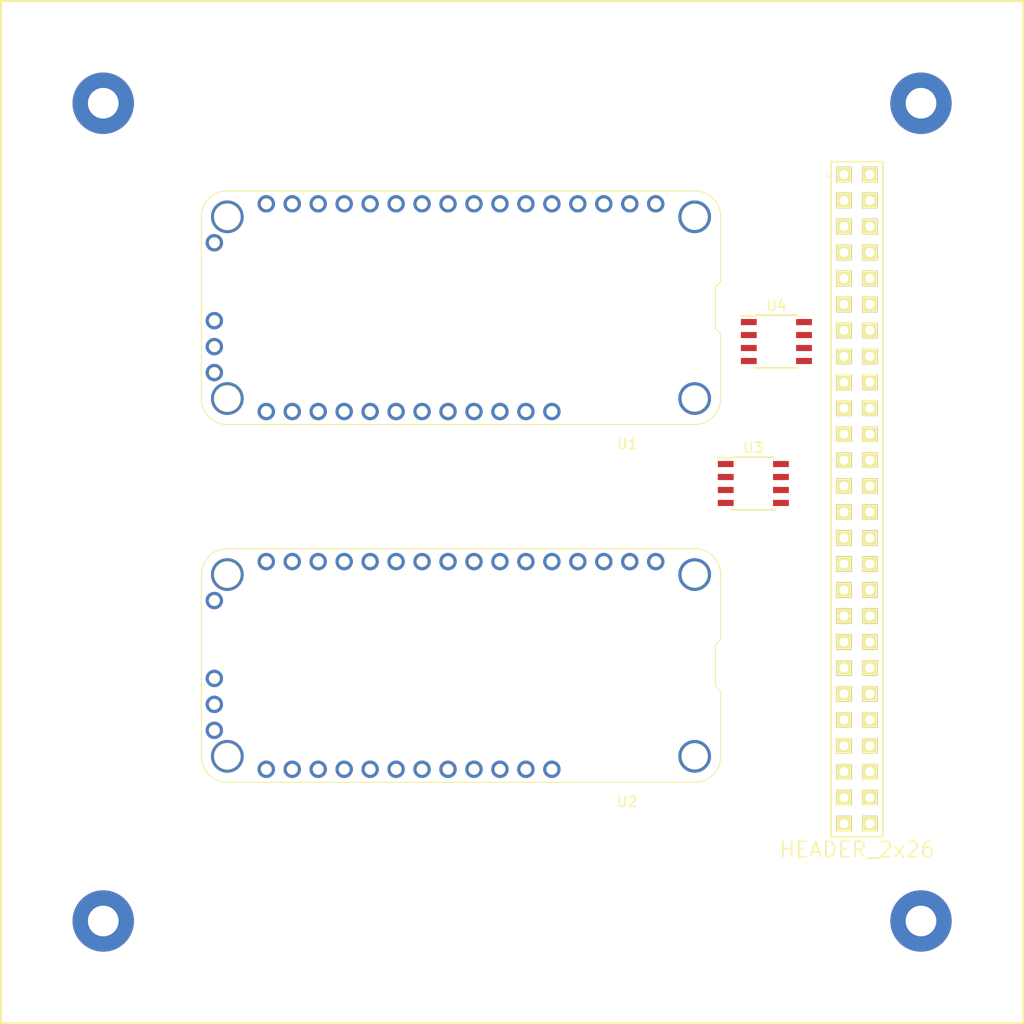
<source format=kicad_pcb>
(kicad_pcb (version 20171130) (host pcbnew "(5.0-dev-4082-g0504a6d)")

  (general
    (thickness 1.6)
    (drawings 4)
    (tracks 0)
    (zones 0)
    (modules 9)
    (nets 9)
  )

  (page A4)
  (layers
    (0 F.Cu signal)
    (31 B.Cu signal)
    (32 B.Adhes user)
    (33 F.Adhes user)
    (34 B.Paste user)
    (35 F.Paste user)
    (36 B.SilkS user)
    (37 F.SilkS user)
    (38 B.Mask user)
    (39 F.Mask user)
    (40 Dwgs.User user)
    (41 Cmts.User user)
    (42 Eco1.User user)
    (43 Eco2.User user)
    (44 Edge.Cuts user)
    (45 Margin user)
    (46 B.CrtYd user)
    (47 F.CrtYd user)
    (48 B.Fab user)
    (49 F.Fab user)
  )

  (setup
    (last_trace_width 0.25)
    (trace_clearance 0.2)
    (zone_clearance 0.508)
    (zone_45_only no)
    (trace_min 0.2)
    (segment_width 0.2)
    (edge_width 0.15)
    (via_size 0.8)
    (via_drill 0.4)
    (via_min_size 0.4)
    (via_min_drill 0.3)
    (uvia_size 0.3)
    (uvia_drill 0.1)
    (uvias_allowed no)
    (uvia_min_size 0.2)
    (uvia_min_drill 0.1)
    (pcb_text_width 0.3)
    (pcb_text_size 1.5 1.5)
    (mod_edge_width 0.15)
    (mod_text_size 1 1)
    (mod_text_width 0.15)
    (pad_size 1.524 1.524)
    (pad_drill 0.762)
    (pad_to_mask_clearance 0.2)
    (aux_axis_origin 0 0)
    (visible_elements 7FFFFFFF)
    (pcbplotparams
      (layerselection 0x010fc_ffffffff)
      (usegerberextensions false)
      (usegerberattributes false)
      (usegerberadvancedattributes false)
      (creategerberjobfile false)
      (excludeedgelayer true)
      (linewidth 0.100000)
      (plotframeref false)
      (viasonmask false)
      (mode 1)
      (useauxorigin false)
      (hpglpennumber 1)
      (hpglpenspeed 20)
      (hpglpendiameter 15)
      (psnegative false)
      (psa4output false)
      (plotreference true)
      (plotvalue true)
      (plotinvisibletext false)
      (padsonsilk false)
      (subtractmaskfromsilk false)
      (outputformat 1)
      (mirror false)
      (drillshape 1)
      (scaleselection 1)
      (outputdirectory ""))
  )

  (net 0 "")
  (net 1 GND)
  (net 2 "Net-(U1-PadA10)")
  (net 3 "Net-(U1-PadB2)")
  (net 4 "Net-(U1-PadB3)")
  (net 5 "Net-(U2-PadB3)")
  (net 6 "Net-(U2-PadB2)")
  (net 7 "Net-(U2-PadA10)")
  (net 8 +5V)

  (net_class Default "This is the default net class."
    (clearance 0.2)
    (trace_width 0.25)
    (via_dia 0.8)
    (via_drill 0.4)
    (uvia_dia 0.3)
    (uvia_drill 0.1)
    (add_net +5V)
    (add_net GND)
    (add_net "Net-(U1-PadA10)")
    (add_net "Net-(U1-PadB2)")
    (add_net "Net-(U1-PadB3)")
    (add_net "Net-(U2-PadA10)")
    (add_net "Net-(U2-PadB2)")
    (add_net "Net-(U2-PadB3)")
  )

  (module maxrez:Adafruit_feather (layer F.Cu) (tedit 5AD517C2) (tstamp 5ADE36B1)
    (at 95 80 180)
    (path /5AE07E07/5AE07EDD)
    (fp_text reference U1 (at -16.256 -13.335 180) (layer F.SilkS)
      (effects (font (size 1 1) (thickness 0.15)))
    )
    (fp_text value Adafruit_feather (at -9.017 -13.462 180) (layer F.Fab)
      (effects (font (size 1 1) (thickness 0.15)))
    )
    (fp_line (start -25.4 -2.54) (end -24.892 -2.032) (layer F.Fab) (width 0.1))
    (fp_line (start 22.86 -11.43) (end -22.86 -11.43) (layer F.Fab) (width 0.1))
    (fp_line (start -24.892 -2.032) (end -24.892 2.032) (layer F.Fab) (width 0.1))
    (fp_arc (start 22.86 -8.89) (end 25.4 -8.89) (angle -90) (layer F.Fab) (width 0.1))
    (fp_line (start -24.892 2.032) (end -25.4 2.54) (layer F.Fab) (width 0.1))
    (fp_line (start 25.4 8.89) (end 25.4 -8.89) (layer F.Fab) (width 0.1))
    (fp_line (start -25.4 2.54) (end -25.4 8.89) (layer F.Fab) (width 0.1))
    (fp_arc (start 22.86 8.89) (end 22.86 11.43) (angle -90) (layer F.Fab) (width 0.1))
    (fp_arc (start -22.86 8.89) (end -25.4 8.89) (angle -90) (layer F.Fab) (width 0.1))
    (fp_line (start -22.86 11.43) (end 22.86 11.43) (layer F.Fab) (width 0.1))
    (fp_arc (start -22.86 -8.89) (end -22.86 -11.43) (angle -90) (layer F.Fab) (width 0.1))
    (fp_line (start -25.4 -8.89) (end -25.4 -2.54) (layer F.Fab) (width 0.1))
    (fp_circle (center 13.97 10.16) (end 14.47 10.16) (layer F.Fab) (width 0.1))
    (fp_circle (center 11.43 10.16) (end 11.93 10.16) (layer F.Fab) (width 0.1))
    (fp_circle (center 8.89 10.16) (end 9.39 10.16) (layer F.Fab) (width 0.1))
    (fp_circle (center 1.27 10.16) (end 1.77 10.16) (layer F.Fab) (width 0.1))
    (fp_circle (center 3.81 10.16) (end 4.31 10.16) (layer F.Fab) (width 0.1))
    (fp_circle (center 6.35 10.16) (end 6.85 10.16) (layer F.Fab) (width 0.1))
    (fp_circle (center -16.51 10.16) (end -16.01 10.16) (layer F.Fab) (width 0.1))
    (fp_circle (center -13.97 10.16) (end -13.47 10.16) (layer F.Fab) (width 0.1))
    (fp_circle (center -11.43 10.16) (end -10.93 10.16) (layer F.Fab) (width 0.1))
    (fp_circle (center 13.97 -10.16) (end 14.47 -10.16) (layer F.Fab) (width 0.1))
    (fp_circle (center -6.35 -10.16) (end -5.85 -10.16) (layer F.Fab) (width 0.1))
    (fp_circle (center -8.89 -10.16) (end -8.39 -10.16) (layer F.Fab) (width 0.1))
    (fp_circle (center 24.13 -6.35) (end 24.63 -6.35) (layer F.Fab) (width 0.1))
    (fp_circle (center 24.13 -3.81) (end 24.63 -3.81) (layer F.Fab) (width 0.1))
    (fp_circle (center 24.13 -1.27) (end 24.63 -1.27) (layer F.Fab) (width 0.1))
    (fp_circle (center 24.13 6.35) (end 24.63 6.35) (layer F.Fab) (width 0.1))
    (fp_circle (center 19.05 -10.16) (end 19.55 -10.16) (layer F.Fab) (width 0.1))
    (fp_circle (center 22.86 -8.89) (end 24.13 -8.89) (layer F.Fab) (width 0.1))
    (fp_circle (center 16.51 -10.16) (end 17.01 -10.16) (layer F.Fab) (width 0.1))
    (fp_circle (center 19.05 10.16) (end 19.55 10.16) (layer F.Fab) (width 0.1))
    (fp_circle (center -1.27 10.16) (end -0.77 10.16) (layer F.Fab) (width 0.1))
    (fp_circle (center -3.81 10.16) (end -3.31 10.16) (layer F.Fab) (width 0.1))
    (fp_circle (center -8.89 10.16) (end -8.39 10.16) (layer F.Fab) (width 0.1))
    (fp_circle (center -6.35 10.16) (end -5.85 10.16) (layer F.Fab) (width 0.1))
    (fp_circle (center 1.27 -10.16) (end 1.77 -10.16) (layer F.Fab) (width 0.1))
    (fp_circle (center 3.81 -10.16) (end 4.31 -10.16) (layer F.Fab) (width 0.1))
    (fp_circle (center 6.35 -10.16) (end 6.85 -10.16) (layer F.Fab) (width 0.1))
    (fp_circle (center 11.43 -10.16) (end 11.93 -10.16) (layer F.Fab) (width 0.1))
    (fp_circle (center 8.89 -10.16) (end 9.39 -10.16) (layer F.Fab) (width 0.1))
    (fp_circle (center -1.27 -10.16) (end -0.77 -10.16) (layer F.Fab) (width 0.1))
    (fp_circle (center -3.81 -10.16) (end -3.31 -10.16) (layer F.Fab) (width 0.1))
    (fp_circle (center 16.51 10.16) (end 17.01 10.16) (layer F.Fab) (width 0.1))
    (fp_circle (center 22.86 8.89) (end 24.13 8.89) (layer F.Fab) (width 0.1))
    (fp_circle (center -22.86 -8.89) (end -21.61 -8.89) (layer F.Fab) (width 0.1))
    (fp_circle (center -22.86 8.89) (end -21.61 8.89) (layer F.Fab) (width 0.1))
    (fp_circle (center -19.05 10.16) (end -18.55 10.16) (layer F.Fab) (width 0.1))
    (fp_circle (center 13.97 -10.16) (end 14.47 -10.16) (layer F.SilkS) (width 0.1))
    (fp_circle (center -6.35 -10.16) (end -5.85 -10.16) (layer F.SilkS) (width 0.1))
    (fp_circle (center -8.89 -10.16) (end -8.39 -10.16) (layer F.SilkS) (width 0.1))
    (fp_circle (center 24.13 -6.35) (end 24.63 -6.35) (layer F.SilkS) (width 0.1))
    (fp_circle (center 24.13 -3.81) (end 24.63 -3.81) (layer F.SilkS) (width 0.1))
    (fp_circle (center 24.13 -1.27) (end 24.63 -1.27) (layer F.SilkS) (width 0.1))
    (fp_circle (center 24.13 6.35) (end 24.63 6.35) (layer F.SilkS) (width 0.1))
    (fp_circle (center 19.05 -10.16) (end 19.55 -10.16) (layer F.SilkS) (width 0.1))
    (fp_circle (center 22.86 -8.89) (end 24.13 -8.89) (layer F.SilkS) (width 0.1))
    (fp_circle (center 16.51 -10.16) (end 17.01 -10.16) (layer F.SilkS) (width 0.1))
    (fp_circle (center 19.05 10.16) (end 19.55 10.16) (layer F.SilkS) (width 0.1))
    (fp_line (start -25.4 -2.54) (end -24.892 -2.032) (layer F.SilkS) (width 0.1))
    (fp_line (start 22.86 -11.43) (end -22.86 -11.43) (layer F.SilkS) (width 0.1))
    (fp_line (start -24.892 -2.032) (end -24.892 2.032) (layer F.SilkS) (width 0.1))
    (fp_arc (start 22.86 -8.89) (end 25.4 -8.89) (angle -90) (layer F.SilkS) (width 0.1))
    (fp_line (start -24.892 2.032) (end -25.4 2.54) (layer F.SilkS) (width 0.1))
    (fp_line (start 25.4 8.89) (end 25.4 -8.89) (layer F.SilkS) (width 0.1))
    (fp_line (start -25.4 2.54) (end -25.4 8.89) (layer F.SilkS) (width 0.1))
    (fp_arc (start 22.86 8.89) (end 22.86 11.43) (angle -90) (layer F.SilkS) (width 0.1))
    (fp_arc (start -22.86 8.89) (end -25.4 8.89) (angle -90) (layer F.SilkS) (width 0.1))
    (fp_line (start -22.86 11.43) (end 22.86 11.43) (layer F.SilkS) (width 0.1))
    (fp_circle (center -1.27 10.16) (end -0.77 10.16) (layer F.SilkS) (width 0.1))
    (fp_circle (center -3.81 10.16) (end -3.31 10.16) (layer F.SilkS) (width 0.1))
    (fp_circle (center -8.89 10.16) (end -8.39 10.16) (layer F.SilkS) (width 0.1))
    (fp_circle (center -6.35 10.16) (end -5.85 10.16) (layer F.SilkS) (width 0.1))
    (fp_circle (center 1.27 -10.16) (end 1.77 -10.16) (layer F.SilkS) (width 0.1))
    (fp_circle (center 3.81 -10.16) (end 4.31 -10.16) (layer F.SilkS) (width 0.1))
    (fp_circle (center 6.35 -10.16) (end 6.85 -10.16) (layer F.SilkS) (width 0.1))
    (fp_circle (center 11.43 -10.16) (end 11.93 -10.16) (layer F.SilkS) (width 0.1))
    (fp_circle (center 8.89 -10.16) (end 9.39 -10.16) (layer F.SilkS) (width 0.1))
    (fp_circle (center -1.27 -10.16) (end -0.77 -10.16) (layer F.SilkS) (width 0.1))
    (fp_circle (center -3.81 -10.16) (end -3.31 -10.16) (layer F.SilkS) (width 0.1))
    (fp_arc (start -22.86 -8.89) (end -22.86 -11.43) (angle -90) (layer F.SilkS) (width 0.1))
    (fp_line (start -25.4 -8.89) (end -25.4 -2.54) (layer F.SilkS) (width 0.1))
    (fp_circle (center 13.97 10.16) (end 14.47 10.16) (layer F.SilkS) (width 0.1))
    (fp_circle (center 11.43 10.16) (end 11.93 10.16) (layer F.SilkS) (width 0.1))
    (fp_circle (center 8.89 10.16) (end 9.39 10.16) (layer F.SilkS) (width 0.1))
    (fp_circle (center 1.27 10.16) (end 1.77 10.16) (layer F.SilkS) (width 0.1))
    (fp_circle (center 3.81 10.16) (end 4.31 10.16) (layer F.SilkS) (width 0.1))
    (fp_circle (center 6.35 10.16) (end 6.85 10.16) (layer F.SilkS) (width 0.1))
    (fp_circle (center -16.51 10.16) (end -16.01 10.16) (layer F.SilkS) (width 0.1))
    (fp_circle (center -13.97 10.16) (end -13.47 10.16) (layer F.SilkS) (width 0.1))
    (fp_circle (center -11.43 10.16) (end -10.93 10.16) (layer F.SilkS) (width 0.1))
    (fp_circle (center 16.51 10.16) (end 17.01 10.16) (layer F.SilkS) (width 0.1))
    (fp_circle (center 22.86 8.89) (end 24.13 8.89) (layer F.SilkS) (width 0.1))
    (fp_circle (center -22.86 -8.89) (end -21.61 -8.89) (layer F.SilkS) (width 0.1))
    (fp_circle (center -22.86 8.89) (end -21.61 8.89) (layer F.SilkS) (width 0.1))
    (fp_circle (center -19.05 10.16) (end -18.55 10.16) (layer F.SilkS) (width 0.1))
    (pad A4 thru_hole circle (at -1.27 -10.16 180) (size 1.7 1.7) (drill 1) (layers *.Cu *.Mask))
    (pad A3 thru_hole circle (at -3.81 -10.16 180) (size 1.7 1.7) (drill 1) (layers *.Cu *.Mask))
    (pad A2 thru_hole circle (at -6.35 -10.16 180) (size 1.7 1.7) (drill 1) (layers *.Cu *.Mask))
    (pad A1 thru_hole circle (at -8.89 -10.16 180) (size 1.7 1.7) (drill 1) (layers *.Cu *.Mask))
    (pad A5 thru_hole circle (at 1.27 -10.16 180) (size 1.7 1.7) (drill 1) (layers *.Cu *.Mask))
    (pad A6 thru_hole circle (at 3.81 -10.16 180) (size 1.7 1.7) (drill 1) (layers *.Cu *.Mask))
    (pad A7 thru_hole circle (at 6.35 -10.16 180) (size 1.7 1.7) (drill 1) (layers *.Cu *.Mask))
    (pad A8 thru_hole circle (at 8.89 -10.16 180) (size 1.7 1.7) (drill 1) (layers *.Cu *.Mask))
    (pad A9 thru_hole circle (at 11.43 -10.16 180) (size 1.7 1.7) (drill 1) (layers *.Cu *.Mask))
    (pad A10 thru_hole circle (at 13.97 -10.16 180) (size 1.7 1.7) (drill 1) (layers *.Cu *.Mask)
      (net 2 "Net-(U1-PadA10)"))
    (pad A11 thru_hole circle (at 16.51 -10.16 180) (size 1.7 1.7) (drill 1) (layers *.Cu *.Mask))
    (pad A12 thru_hole circle (at 19.05 -10.16 180) (size 1.7 1.7) (drill 1) (layers *.Cu *.Mask))
    (pad C3 thru_hole circle (at 24.13 -6.35 180) (size 1.7 1.7) (drill 1) (layers *.Cu *.Mask))
    (pad C2 thru_hole circle (at 24.13 -3.81 180) (size 1.7 1.7) (drill 1) (layers *.Cu *.Mask))
    (pad C1 thru_hole circle (at 24.13 -1.27 180) (size 1.7 1.7) (drill 1) (layers *.Cu *.Mask))
    (pad D1 thru_hole circle (at 24.13 6.35 180) (size 1.7 1.7) (drill 1) (layers *.Cu *.Mask))
    (pad B1 thru_hole circle (at 19.05 10.16 180) (size 1.7 1.7) (drill 1) (layers *.Cu *.Mask))
    (pad B2 thru_hole circle (at 16.51 10.16 180) (size 1.7 1.7) (drill 1) (layers *.Cu *.Mask)
      (net 3 "Net-(U1-PadB2)"))
    (pad B3 thru_hole circle (at 13.97 10.16 180) (size 1.7 1.7) (drill 1) (layers *.Cu *.Mask)
      (net 4 "Net-(U1-PadB3)"))
    (pad B4 thru_hole circle (at 11.43 10.16 180) (size 1.7 1.7) (drill 1) (layers *.Cu *.Mask))
    (pad B5 thru_hole circle (at 8.89 10.16 180) (size 1.7 1.7) (drill 1) (layers *.Cu *.Mask))
    (pad B6 thru_hole circle (at 6.35 10.16 180) (size 1.7 1.7) (drill 1) (layers *.Cu *.Mask))
    (pad B7 thru_hole circle (at 3.81 10.16 180) (size 1.7 1.7) (drill 1) (layers *.Cu *.Mask))
    (pad B8 thru_hole circle (at 1.27 10.16 180) (size 1.7 1.7) (drill 1) (layers *.Cu *.Mask))
    (pad B9 thru_hole circle (at -1.27 10.16 180) (size 1.7 1.7) (drill 1) (layers *.Cu *.Mask))
    (pad B10 thru_hole circle (at -3.81 10.16 180) (size 1.7 1.7) (drill 1) (layers *.Cu *.Mask))
    (pad B11 thru_hole circle (at -6.35 10.16 180) (size 1.7 1.7) (drill 1) (layers *.Cu *.Mask))
    (pad B12 thru_hole circle (at -8.89 10.16 180) (size 1.7 1.7) (drill 1) (layers *.Cu *.Mask))
    (pad B13 thru_hole circle (at -11.43 10.16 180) (size 1.7 1.7) (drill 1) (layers *.Cu *.Mask))
    (pad B14 thru_hole circle (at -13.97 10.16 180) (size 1.7 1.7) (drill 1) (layers *.Cu *.Mask))
    (pad B15 thru_hole circle (at -16.51 10.16 180) (size 1.7 1.7) (drill 1) (layers *.Cu *.Mask))
    (pad B16 thru_hole circle (at -19.05 10.16 180) (size 1.7 1.7) (drill 1) (layers *.Cu *.Mask))
    (pad 0 thru_hole circle (at -22.86 -8.89 180) (size 3.2 3.2) (drill 2.5) (layers *.Cu *.Mask))
    (pad 0 thru_hole circle (at -22.86 8.89 180) (size 3.2 3.2) (drill 2.5) (layers *.Cu *.Mask))
    (pad 0 thru_hole circle (at 22.86 -8.89 180) (size 3.2 3.2) (drill 2.5) (layers *.Cu *.Mask))
    (pad 0 thru_hole circle (at 22.86 8.89 180) (size 3.2 3.2) (drill 2.5) (layers *.Cu *.Mask))
    (model "/Users/mac/Documents/GitHub/ORBALOON/3D/Adafruit/Feather/Base PCB.stp"
      (at (xyz 0 0 0))
      (scale (xyz 1 1 1))
      (rotate (xyz 0 0 0))
    )
  )

  (module maxrez:Adafruit_feather (layer F.Cu) (tedit 5AD517C2) (tstamp 5ADE3739)
    (at 95 115 180)
    (path /5AE07E07/5AE07F49)
    (fp_text reference U2 (at -16.256 -13.335 180) (layer F.SilkS)
      (effects (font (size 1 1) (thickness 0.15)))
    )
    (fp_text value Adafruit_feather (at -9.017 -13.462 180) (layer F.Fab)
      (effects (font (size 1 1) (thickness 0.15)))
    )
    (fp_circle (center -19.05 10.16) (end -18.55 10.16) (layer F.SilkS) (width 0.1))
    (fp_circle (center -22.86 8.89) (end -21.61 8.89) (layer F.SilkS) (width 0.1))
    (fp_circle (center -22.86 -8.89) (end -21.61 -8.89) (layer F.SilkS) (width 0.1))
    (fp_circle (center 22.86 8.89) (end 24.13 8.89) (layer F.SilkS) (width 0.1))
    (fp_circle (center 16.51 10.16) (end 17.01 10.16) (layer F.SilkS) (width 0.1))
    (fp_circle (center -11.43 10.16) (end -10.93 10.16) (layer F.SilkS) (width 0.1))
    (fp_circle (center -13.97 10.16) (end -13.47 10.16) (layer F.SilkS) (width 0.1))
    (fp_circle (center -16.51 10.16) (end -16.01 10.16) (layer F.SilkS) (width 0.1))
    (fp_circle (center 6.35 10.16) (end 6.85 10.16) (layer F.SilkS) (width 0.1))
    (fp_circle (center 3.81 10.16) (end 4.31 10.16) (layer F.SilkS) (width 0.1))
    (fp_circle (center 1.27 10.16) (end 1.77 10.16) (layer F.SilkS) (width 0.1))
    (fp_circle (center 8.89 10.16) (end 9.39 10.16) (layer F.SilkS) (width 0.1))
    (fp_circle (center 11.43 10.16) (end 11.93 10.16) (layer F.SilkS) (width 0.1))
    (fp_circle (center 13.97 10.16) (end 14.47 10.16) (layer F.SilkS) (width 0.1))
    (fp_line (start -25.4 -8.89) (end -25.4 -2.54) (layer F.SilkS) (width 0.1))
    (fp_arc (start -22.86 -8.89) (end -22.86 -11.43) (angle -90) (layer F.SilkS) (width 0.1))
    (fp_circle (center -3.81 -10.16) (end -3.31 -10.16) (layer F.SilkS) (width 0.1))
    (fp_circle (center -1.27 -10.16) (end -0.77 -10.16) (layer F.SilkS) (width 0.1))
    (fp_circle (center 8.89 -10.16) (end 9.39 -10.16) (layer F.SilkS) (width 0.1))
    (fp_circle (center 11.43 -10.16) (end 11.93 -10.16) (layer F.SilkS) (width 0.1))
    (fp_circle (center 6.35 -10.16) (end 6.85 -10.16) (layer F.SilkS) (width 0.1))
    (fp_circle (center 3.81 -10.16) (end 4.31 -10.16) (layer F.SilkS) (width 0.1))
    (fp_circle (center 1.27 -10.16) (end 1.77 -10.16) (layer F.SilkS) (width 0.1))
    (fp_circle (center -6.35 10.16) (end -5.85 10.16) (layer F.SilkS) (width 0.1))
    (fp_circle (center -8.89 10.16) (end -8.39 10.16) (layer F.SilkS) (width 0.1))
    (fp_circle (center -3.81 10.16) (end -3.31 10.16) (layer F.SilkS) (width 0.1))
    (fp_circle (center -1.27 10.16) (end -0.77 10.16) (layer F.SilkS) (width 0.1))
    (fp_line (start -22.86 11.43) (end 22.86 11.43) (layer F.SilkS) (width 0.1))
    (fp_arc (start -22.86 8.89) (end -25.4 8.89) (angle -90) (layer F.SilkS) (width 0.1))
    (fp_arc (start 22.86 8.89) (end 22.86 11.43) (angle -90) (layer F.SilkS) (width 0.1))
    (fp_line (start -25.4 2.54) (end -25.4 8.89) (layer F.SilkS) (width 0.1))
    (fp_line (start 25.4 8.89) (end 25.4 -8.89) (layer F.SilkS) (width 0.1))
    (fp_line (start -24.892 2.032) (end -25.4 2.54) (layer F.SilkS) (width 0.1))
    (fp_arc (start 22.86 -8.89) (end 25.4 -8.89) (angle -90) (layer F.SilkS) (width 0.1))
    (fp_line (start -24.892 -2.032) (end -24.892 2.032) (layer F.SilkS) (width 0.1))
    (fp_line (start 22.86 -11.43) (end -22.86 -11.43) (layer F.SilkS) (width 0.1))
    (fp_line (start -25.4 -2.54) (end -24.892 -2.032) (layer F.SilkS) (width 0.1))
    (fp_circle (center 19.05 10.16) (end 19.55 10.16) (layer F.SilkS) (width 0.1))
    (fp_circle (center 16.51 -10.16) (end 17.01 -10.16) (layer F.SilkS) (width 0.1))
    (fp_circle (center 22.86 -8.89) (end 24.13 -8.89) (layer F.SilkS) (width 0.1))
    (fp_circle (center 19.05 -10.16) (end 19.55 -10.16) (layer F.SilkS) (width 0.1))
    (fp_circle (center 24.13 6.35) (end 24.63 6.35) (layer F.SilkS) (width 0.1))
    (fp_circle (center 24.13 -1.27) (end 24.63 -1.27) (layer F.SilkS) (width 0.1))
    (fp_circle (center 24.13 -3.81) (end 24.63 -3.81) (layer F.SilkS) (width 0.1))
    (fp_circle (center 24.13 -6.35) (end 24.63 -6.35) (layer F.SilkS) (width 0.1))
    (fp_circle (center -8.89 -10.16) (end -8.39 -10.16) (layer F.SilkS) (width 0.1))
    (fp_circle (center -6.35 -10.16) (end -5.85 -10.16) (layer F.SilkS) (width 0.1))
    (fp_circle (center 13.97 -10.16) (end 14.47 -10.16) (layer F.SilkS) (width 0.1))
    (fp_circle (center -19.05 10.16) (end -18.55 10.16) (layer F.Fab) (width 0.1))
    (fp_circle (center -22.86 8.89) (end -21.61 8.89) (layer F.Fab) (width 0.1))
    (fp_circle (center -22.86 -8.89) (end -21.61 -8.89) (layer F.Fab) (width 0.1))
    (fp_circle (center 22.86 8.89) (end 24.13 8.89) (layer F.Fab) (width 0.1))
    (fp_circle (center 16.51 10.16) (end 17.01 10.16) (layer F.Fab) (width 0.1))
    (fp_circle (center -3.81 -10.16) (end -3.31 -10.16) (layer F.Fab) (width 0.1))
    (fp_circle (center -1.27 -10.16) (end -0.77 -10.16) (layer F.Fab) (width 0.1))
    (fp_circle (center 8.89 -10.16) (end 9.39 -10.16) (layer F.Fab) (width 0.1))
    (fp_circle (center 11.43 -10.16) (end 11.93 -10.16) (layer F.Fab) (width 0.1))
    (fp_circle (center 6.35 -10.16) (end 6.85 -10.16) (layer F.Fab) (width 0.1))
    (fp_circle (center 3.81 -10.16) (end 4.31 -10.16) (layer F.Fab) (width 0.1))
    (fp_circle (center 1.27 -10.16) (end 1.77 -10.16) (layer F.Fab) (width 0.1))
    (fp_circle (center -6.35 10.16) (end -5.85 10.16) (layer F.Fab) (width 0.1))
    (fp_circle (center -8.89 10.16) (end -8.39 10.16) (layer F.Fab) (width 0.1))
    (fp_circle (center -3.81 10.16) (end -3.31 10.16) (layer F.Fab) (width 0.1))
    (fp_circle (center -1.27 10.16) (end -0.77 10.16) (layer F.Fab) (width 0.1))
    (fp_circle (center 19.05 10.16) (end 19.55 10.16) (layer F.Fab) (width 0.1))
    (fp_circle (center 16.51 -10.16) (end 17.01 -10.16) (layer F.Fab) (width 0.1))
    (fp_circle (center 22.86 -8.89) (end 24.13 -8.89) (layer F.Fab) (width 0.1))
    (fp_circle (center 19.05 -10.16) (end 19.55 -10.16) (layer F.Fab) (width 0.1))
    (fp_circle (center 24.13 6.35) (end 24.63 6.35) (layer F.Fab) (width 0.1))
    (fp_circle (center 24.13 -1.27) (end 24.63 -1.27) (layer F.Fab) (width 0.1))
    (fp_circle (center 24.13 -3.81) (end 24.63 -3.81) (layer F.Fab) (width 0.1))
    (fp_circle (center 24.13 -6.35) (end 24.63 -6.35) (layer F.Fab) (width 0.1))
    (fp_circle (center -8.89 -10.16) (end -8.39 -10.16) (layer F.Fab) (width 0.1))
    (fp_circle (center -6.35 -10.16) (end -5.85 -10.16) (layer F.Fab) (width 0.1))
    (fp_circle (center 13.97 -10.16) (end 14.47 -10.16) (layer F.Fab) (width 0.1))
    (fp_circle (center -11.43 10.16) (end -10.93 10.16) (layer F.Fab) (width 0.1))
    (fp_circle (center -13.97 10.16) (end -13.47 10.16) (layer F.Fab) (width 0.1))
    (fp_circle (center -16.51 10.16) (end -16.01 10.16) (layer F.Fab) (width 0.1))
    (fp_circle (center 6.35 10.16) (end 6.85 10.16) (layer F.Fab) (width 0.1))
    (fp_circle (center 3.81 10.16) (end 4.31 10.16) (layer F.Fab) (width 0.1))
    (fp_circle (center 1.27 10.16) (end 1.77 10.16) (layer F.Fab) (width 0.1))
    (fp_circle (center 8.89 10.16) (end 9.39 10.16) (layer F.Fab) (width 0.1))
    (fp_circle (center 11.43 10.16) (end 11.93 10.16) (layer F.Fab) (width 0.1))
    (fp_circle (center 13.97 10.16) (end 14.47 10.16) (layer F.Fab) (width 0.1))
    (fp_line (start -25.4 -8.89) (end -25.4 -2.54) (layer F.Fab) (width 0.1))
    (fp_arc (start -22.86 -8.89) (end -22.86 -11.43) (angle -90) (layer F.Fab) (width 0.1))
    (fp_line (start -22.86 11.43) (end 22.86 11.43) (layer F.Fab) (width 0.1))
    (fp_arc (start -22.86 8.89) (end -25.4 8.89) (angle -90) (layer F.Fab) (width 0.1))
    (fp_arc (start 22.86 8.89) (end 22.86 11.43) (angle -90) (layer F.Fab) (width 0.1))
    (fp_line (start -25.4 2.54) (end -25.4 8.89) (layer F.Fab) (width 0.1))
    (fp_line (start 25.4 8.89) (end 25.4 -8.89) (layer F.Fab) (width 0.1))
    (fp_line (start -24.892 2.032) (end -25.4 2.54) (layer F.Fab) (width 0.1))
    (fp_arc (start 22.86 -8.89) (end 25.4 -8.89) (angle -90) (layer F.Fab) (width 0.1))
    (fp_line (start -24.892 -2.032) (end -24.892 2.032) (layer F.Fab) (width 0.1))
    (fp_line (start 22.86 -11.43) (end -22.86 -11.43) (layer F.Fab) (width 0.1))
    (fp_line (start -25.4 -2.54) (end -24.892 -2.032) (layer F.Fab) (width 0.1))
    (pad 0 thru_hole circle (at 22.86 8.89 180) (size 3.2 3.2) (drill 2.5) (layers *.Cu *.Mask))
    (pad 0 thru_hole circle (at 22.86 -8.89 180) (size 3.2 3.2) (drill 2.5) (layers *.Cu *.Mask))
    (pad 0 thru_hole circle (at -22.86 8.89 180) (size 3.2 3.2) (drill 2.5) (layers *.Cu *.Mask))
    (pad 0 thru_hole circle (at -22.86 -8.89 180) (size 3.2 3.2) (drill 2.5) (layers *.Cu *.Mask))
    (pad B16 thru_hole circle (at -19.05 10.16 180) (size 1.7 1.7) (drill 1) (layers *.Cu *.Mask))
    (pad B15 thru_hole circle (at -16.51 10.16 180) (size 1.7 1.7) (drill 1) (layers *.Cu *.Mask))
    (pad B14 thru_hole circle (at -13.97 10.16 180) (size 1.7 1.7) (drill 1) (layers *.Cu *.Mask))
    (pad B13 thru_hole circle (at -11.43 10.16 180) (size 1.7 1.7) (drill 1) (layers *.Cu *.Mask))
    (pad B12 thru_hole circle (at -8.89 10.16 180) (size 1.7 1.7) (drill 1) (layers *.Cu *.Mask))
    (pad B11 thru_hole circle (at -6.35 10.16 180) (size 1.7 1.7) (drill 1) (layers *.Cu *.Mask))
    (pad B10 thru_hole circle (at -3.81 10.16 180) (size 1.7 1.7) (drill 1) (layers *.Cu *.Mask))
    (pad B9 thru_hole circle (at -1.27 10.16 180) (size 1.7 1.7) (drill 1) (layers *.Cu *.Mask))
    (pad B8 thru_hole circle (at 1.27 10.16 180) (size 1.7 1.7) (drill 1) (layers *.Cu *.Mask))
    (pad B7 thru_hole circle (at 3.81 10.16 180) (size 1.7 1.7) (drill 1) (layers *.Cu *.Mask))
    (pad B6 thru_hole circle (at 6.35 10.16 180) (size 1.7 1.7) (drill 1) (layers *.Cu *.Mask))
    (pad B5 thru_hole circle (at 8.89 10.16 180) (size 1.7 1.7) (drill 1) (layers *.Cu *.Mask))
    (pad B4 thru_hole circle (at 11.43 10.16 180) (size 1.7 1.7) (drill 1) (layers *.Cu *.Mask))
    (pad B3 thru_hole circle (at 13.97 10.16 180) (size 1.7 1.7) (drill 1) (layers *.Cu *.Mask)
      (net 5 "Net-(U2-PadB3)"))
    (pad B2 thru_hole circle (at 16.51 10.16 180) (size 1.7 1.7) (drill 1) (layers *.Cu *.Mask)
      (net 6 "Net-(U2-PadB2)"))
    (pad B1 thru_hole circle (at 19.05 10.16 180) (size 1.7 1.7) (drill 1) (layers *.Cu *.Mask))
    (pad D1 thru_hole circle (at 24.13 6.35 180) (size 1.7 1.7) (drill 1) (layers *.Cu *.Mask))
    (pad C1 thru_hole circle (at 24.13 -1.27 180) (size 1.7 1.7) (drill 1) (layers *.Cu *.Mask))
    (pad C2 thru_hole circle (at 24.13 -3.81 180) (size 1.7 1.7) (drill 1) (layers *.Cu *.Mask))
    (pad C3 thru_hole circle (at 24.13 -6.35 180) (size 1.7 1.7) (drill 1) (layers *.Cu *.Mask))
    (pad A12 thru_hole circle (at 19.05 -10.16 180) (size 1.7 1.7) (drill 1) (layers *.Cu *.Mask))
    (pad A11 thru_hole circle (at 16.51 -10.16 180) (size 1.7 1.7) (drill 1) (layers *.Cu *.Mask))
    (pad A10 thru_hole circle (at 13.97 -10.16 180) (size 1.7 1.7) (drill 1) (layers *.Cu *.Mask)
      (net 7 "Net-(U2-PadA10)"))
    (pad A9 thru_hole circle (at 11.43 -10.16 180) (size 1.7 1.7) (drill 1) (layers *.Cu *.Mask))
    (pad A8 thru_hole circle (at 8.89 -10.16 180) (size 1.7 1.7) (drill 1) (layers *.Cu *.Mask))
    (pad A7 thru_hole circle (at 6.35 -10.16 180) (size 1.7 1.7) (drill 1) (layers *.Cu *.Mask))
    (pad A6 thru_hole circle (at 3.81 -10.16 180) (size 1.7 1.7) (drill 1) (layers *.Cu *.Mask))
    (pad A5 thru_hole circle (at 1.27 -10.16 180) (size 1.7 1.7) (drill 1) (layers *.Cu *.Mask))
    (pad A1 thru_hole circle (at -8.89 -10.16 180) (size 1.7 1.7) (drill 1) (layers *.Cu *.Mask))
    (pad A2 thru_hole circle (at -6.35 -10.16 180) (size 1.7 1.7) (drill 1) (layers *.Cu *.Mask))
    (pad A3 thru_hole circle (at -3.81 -10.16 180) (size 1.7 1.7) (drill 1) (layers *.Cu *.Mask))
    (pad A4 thru_hole circle (at -1.27 -10.16 180) (size 1.7 1.7) (drill 1) (layers *.Cu *.Mask))
    (model "/Users/mac/Documents/GitHub/ORBALOON/3D/Adafruit/Feather/Base PCB.stp"
      (at (xyz 0 0 0))
      (scale (xyz 1 1 1))
      (rotate (xyz 0 0 0))
    )
  )

  (module Mlab_Pin_Headers:Straight_2x26 (layer F.Cu) (tedit 5454C210) (tstamp 5ADE6AD9)
    (at 133.73 98.73)
    (descr "pin header straight 2x26")
    (tags "pin header straight 2x26")
    (path /5AE07E07/5AE081EE)
    (fp_text reference J1 (at 0 -34.29) (layer F.SilkS) hide
      (effects (font (size 1.5 1.5) (thickness 0.15)))
    )
    (fp_text value HEADER_2x26 (at 0 34.29) (layer F.SilkS)
      (effects (font (size 1.5 1.5) (thickness 0.15)))
    )
    (fp_text user 1 (at -2.921 -31.75) (layer F.SilkS)
      (effects (font (size 0.5 0.5) (thickness 0.05)))
    )
    (fp_line (start -2.54 -33.02) (end 2.54 -33.02) (layer F.SilkS) (width 0.15))
    (fp_line (start 2.54 -33.02) (end 2.54 33.02) (layer F.SilkS) (width 0.15))
    (fp_line (start 2.54 33.02) (end -2.54 33.02) (layer F.SilkS) (width 0.15))
    (fp_line (start -2.54 33.02) (end -2.54 -33.02) (layer F.SilkS) (width 0.15))
    (pad 1 thru_hole rect (at -1.27 -31.75) (size 1.524 1.524) (drill 0.889) (layers *.Cu *.Mask F.SilkS))
    (pad 2 thru_hole rect (at 1.27 -31.75) (size 1.524 1.524) (drill 0.889) (layers *.Cu *.Mask F.SilkS))
    (pad 3 thru_hole rect (at -1.27 -29.21) (size 1.524 1.524) (drill 0.889) (layers *.Cu *.Mask F.SilkS))
    (pad 4 thru_hole rect (at 1.27 -29.21) (size 1.524 1.524) (drill 0.889) (layers *.Cu *.Mask F.SilkS))
    (pad 5 thru_hole rect (at -1.27 -26.67) (size 1.524 1.524) (drill 0.889) (layers *.Cu *.Mask F.SilkS))
    (pad 6 thru_hole rect (at 1.27 -26.67) (size 1.524 1.524) (drill 0.889) (layers *.Cu *.Mask F.SilkS))
    (pad 7 thru_hole rect (at -1.27 -24.13) (size 1.524 1.524) (drill 0.889) (layers *.Cu *.Mask F.SilkS))
    (pad 8 thru_hole rect (at 1.27 -24.13) (size 1.524 1.524) (drill 0.889) (layers *.Cu *.Mask F.SilkS))
    (pad 9 thru_hole rect (at -1.27 -21.59) (size 1.524 1.524) (drill 0.889) (layers *.Cu *.Mask F.SilkS))
    (pad 10 thru_hole rect (at 1.27 -21.59) (size 1.524 1.524) (drill 0.889) (layers *.Cu *.Mask F.SilkS))
    (pad 11 thru_hole rect (at -1.27 -19.05) (size 1.524 1.524) (drill 0.889) (layers *.Cu *.Mask F.SilkS))
    (pad 12 thru_hole rect (at 1.27 -19.05) (size 1.524 1.524) (drill 0.889) (layers *.Cu *.Mask F.SilkS))
    (pad 13 thru_hole rect (at -1.27 -16.51) (size 1.524 1.524) (drill 0.889) (layers *.Cu *.Mask F.SilkS))
    (pad 14 thru_hole rect (at 1.27 -16.51) (size 1.524 1.524) (drill 0.889) (layers *.Cu *.Mask F.SilkS))
    (pad 15 thru_hole rect (at -1.27 -13.97) (size 1.524 1.524) (drill 0.889) (layers *.Cu *.Mask F.SilkS))
    (pad 16 thru_hole rect (at 1.27 -13.97) (size 1.524 1.524) (drill 0.889) (layers *.Cu *.Mask F.SilkS))
    (pad 17 thru_hole rect (at -1.27 -11.43) (size 1.524 1.524) (drill 0.889) (layers *.Cu *.Mask F.SilkS))
    (pad 18 thru_hole rect (at 1.27 -11.43) (size 1.524 1.524) (drill 0.889) (layers *.Cu *.Mask F.SilkS))
    (pad 19 thru_hole rect (at -1.27 -8.89) (size 1.524 1.524) (drill 0.889) (layers *.Cu *.Mask F.SilkS))
    (pad 20 thru_hole rect (at 1.27 -8.89) (size 1.524 1.524) (drill 0.889) (layers *.Cu *.Mask F.SilkS))
    (pad 21 thru_hole rect (at -1.27 -6.35) (size 1.524 1.524) (drill 0.889) (layers *.Cu *.Mask F.SilkS))
    (pad 22 thru_hole rect (at 1.27 -6.35) (size 1.524 1.524) (drill 0.889) (layers *.Cu *.Mask F.SilkS))
    (pad 23 thru_hole rect (at -1.27 -3.81) (size 1.524 1.524) (drill 0.889) (layers *.Cu *.Mask F.SilkS))
    (pad 24 thru_hole rect (at 1.27 -3.81) (size 1.524 1.524) (drill 0.889) (layers *.Cu *.Mask F.SilkS))
    (pad 25 thru_hole rect (at -1.27 -1.27) (size 1.524 1.524) (drill 0.889) (layers *.Cu *.Mask F.SilkS))
    (pad 26 thru_hole rect (at 1.27 -1.27) (size 1.524 1.524) (drill 0.889) (layers *.Cu *.Mask F.SilkS))
    (pad 27 thru_hole rect (at -1.27 1.27) (size 1.524 1.524) (drill 0.889) (layers *.Cu *.Mask F.SilkS))
    (pad 28 thru_hole rect (at 1.27 1.27) (size 1.524 1.524) (drill 0.889) (layers *.Cu *.Mask F.SilkS))
    (pad 29 thru_hole rect (at -1.27 3.81) (size 1.524 1.524) (drill 0.889) (layers *.Cu *.Mask F.SilkS))
    (pad 30 thru_hole rect (at 1.27 3.81) (size 1.524 1.524) (drill 0.889) (layers *.Cu *.Mask F.SilkS))
    (pad 31 thru_hole rect (at -1.27 6.35) (size 1.524 1.524) (drill 0.889) (layers *.Cu *.Mask F.SilkS))
    (pad 32 thru_hole rect (at 1.27 6.35) (size 1.524 1.524) (drill 0.889) (layers *.Cu *.Mask F.SilkS))
    (pad 33 thru_hole rect (at -1.27 8.89) (size 1.524 1.524) (drill 0.889) (layers *.Cu *.Mask F.SilkS))
    (pad 34 thru_hole rect (at 1.27 8.89) (size 1.524 1.524) (drill 0.889) (layers *.Cu *.Mask F.SilkS))
    (pad 35 thru_hole rect (at -1.27 11.43) (size 1.524 1.524) (drill 0.889) (layers *.Cu *.Mask F.SilkS))
    (pad 36 thru_hole rect (at 1.27 11.43) (size 1.524 1.524) (drill 0.889) (layers *.Cu *.Mask F.SilkS))
    (pad 37 thru_hole rect (at -1.27 13.97) (size 1.524 1.524) (drill 0.889) (layers *.Cu *.Mask F.SilkS))
    (pad 38 thru_hole rect (at 1.27 13.97) (size 1.524 1.524) (drill 0.889) (layers *.Cu *.Mask F.SilkS))
    (pad 39 thru_hole rect (at -1.27 16.51) (size 1.524 1.524) (drill 0.889) (layers *.Cu *.Mask F.SilkS))
    (pad 40 thru_hole rect (at 1.27 16.51) (size 1.524 1.524) (drill 0.889) (layers *.Cu *.Mask F.SilkS))
    (pad 41 thru_hole rect (at -1.27 19.05) (size 1.524 1.524) (drill 0.889) (layers *.Cu *.Mask F.SilkS))
    (pad 42 thru_hole rect (at 1.27 19.05) (size 1.524 1.524) (drill 0.889) (layers *.Cu *.Mask F.SilkS))
    (pad 43 thru_hole rect (at -1.27 21.59) (size 1.524 1.524) (drill 0.889) (layers *.Cu *.Mask F.SilkS))
    (pad 44 thru_hole rect (at 1.27 21.59) (size 1.524 1.524) (drill 0.889) (layers *.Cu *.Mask F.SilkS))
    (pad 45 thru_hole rect (at -1.27 24.13) (size 1.524 1.524) (drill 0.889) (layers *.Cu *.Mask F.SilkS))
    (pad 46 thru_hole rect (at 1.27 24.13) (size 1.524 1.524) (drill 0.889) (layers *.Cu *.Mask F.SilkS))
    (pad 47 thru_hole rect (at -1.27 26.67) (size 1.524 1.524) (drill 0.889) (layers *.Cu *.Mask F.SilkS))
    (pad 48 thru_hole rect (at 1.27 26.67) (size 1.524 1.524) (drill 0.889) (layers *.Cu *.Mask F.SilkS))
    (pad 49 thru_hole rect (at -1.27 29.21) (size 1.524 1.524) (drill 0.889) (layers *.Cu *.Mask F.SilkS))
    (pad 50 thru_hole rect (at 1.27 29.21) (size 1.524 1.524) (drill 0.889) (layers *.Cu *.Mask F.SilkS))
    (pad 51 thru_hole rect (at -1.27 31.75) (size 1.524 1.524) (drill 0.889) (layers *.Cu *.Mask F.SilkS))
    (pad 52 thru_hole rect (at 1.27 31.75) (size 1.524 1.524) (drill 0.889) (layers *.Cu *.Mask F.SilkS))
    (model Pin_Headers/Pin_Header_Straight_2x26.wrl
      (at (xyz 0 0 0))
      (scale (xyz 1 1 1))
      (rotate (xyz 0 0 90))
    )
  )

  (module Mlab_Mechanical:MountingHole_3mm placed (layer F.Cu) (tedit 5535DB2C) (tstamp 5ADE6BBA)
    (at 60 60)
    (descr "Mounting hole, Befestigungsbohrung, 3mm, No Annular, Kein Restring,")
    (tags "Mounting hole, Befestigungsbohrung, 3mm, No Annular, Kein Restring,")
    (path /5AE07E07/5AE08427)
    (fp_text reference M1 (at 0 -4.191) (layer F.SilkS) hide
      (effects (font (size 1.524 1.524) (thickness 0.3048)))
    )
    (fp_text value HOLE (at 0 4.191) (layer F.SilkS) hide
      (effects (font (size 1.524 1.524) (thickness 0.3048)))
    )
    (fp_circle (center 0 0) (end 2.99974 0) (layer Cmts.User) (width 0.381))
    (pad 1 thru_hole circle (at 0 0) (size 6 6) (drill 3) (layers *.Cu *.Adhes *.Mask)
      (net 1 GND) (clearance 1) (zone_connect 2))
  )

  (module Mlab_Mechanical:MountingHole_3mm placed (layer F.Cu) (tedit 5535DB2C) (tstamp 5ADE6BC0)
    (at 60 140)
    (descr "Mounting hole, Befestigungsbohrung, 3mm, No Annular, Kein Restring,")
    (tags "Mounting hole, Befestigungsbohrung, 3mm, No Annular, Kein Restring,")
    (path /5AE07E07/5AE084A3)
    (fp_text reference M2 (at 0 -4.191) (layer F.SilkS) hide
      (effects (font (size 1.524 1.524) (thickness 0.3048)))
    )
    (fp_text value HOLE (at 0 4.191) (layer F.SilkS) hide
      (effects (font (size 1.524 1.524) (thickness 0.3048)))
    )
    (fp_circle (center 0 0) (end 2.99974 0) (layer Cmts.User) (width 0.381))
    (pad 1 thru_hole circle (at 0 0) (size 6 6) (drill 3) (layers *.Cu *.Adhes *.Mask)
      (net 1 GND) (clearance 1) (zone_connect 2))
  )

  (module Mlab_Mechanical:MountingHole_3mm placed (layer F.Cu) (tedit 5535DB2C) (tstamp 5ADE6BC6)
    (at 140 60)
    (descr "Mounting hole, Befestigungsbohrung, 3mm, No Annular, Kein Restring,")
    (tags "Mounting hole, Befestigungsbohrung, 3mm, No Annular, Kein Restring,")
    (path /5AE07E07/5AE0837D)
    (fp_text reference M3 (at 0 -4.191) (layer F.SilkS) hide
      (effects (font (size 1.524 1.524) (thickness 0.3048)))
    )
    (fp_text value HOLE (at 0 4.191) (layer F.SilkS) hide
      (effects (font (size 1.524 1.524) (thickness 0.3048)))
    )
    (fp_circle (center 0 0) (end 2.99974 0) (layer Cmts.User) (width 0.381))
    (pad 1 thru_hole circle (at 0 0) (size 6 6) (drill 3) (layers *.Cu *.Adhes *.Mask)
      (net 1 GND) (clearance 1) (zone_connect 2))
  )

  (module Mlab_Mechanical:MountingHole_3mm placed (layer F.Cu) (tedit 5535DB2C) (tstamp 5ADE6BCC)
    (at 140 140)
    (descr "Mounting hole, Befestigungsbohrung, 3mm, No Annular, Kein Restring,")
    (tags "Mounting hole, Befestigungsbohrung, 3mm, No Annular, Kein Restring,")
    (path /5AE07E07/5AE0843F)
    (fp_text reference M4 (at 0 -4.191) (layer F.SilkS) hide
      (effects (font (size 1.524 1.524) (thickness 0.3048)))
    )
    (fp_text value HOLE (at 0 4.191) (layer F.SilkS) hide
      (effects (font (size 1.524 1.524) (thickness 0.3048)))
    )
    (fp_circle (center 0 0) (end 2.99974 0) (layer Cmts.User) (width 0.381))
    (pad 1 thru_hole circle (at 0 0) (size 6 6) (drill 3) (layers *.Cu *.Adhes *.Mask)
      (net 1 GND) (clearance 1) (zone_connect 2))
  )

  (module Housings_SOIC:SOIC-8_3.9x4.9mm_Pitch1.27mm (layer F.Cu) (tedit 58CD0CDA) (tstamp 5AE24713)
    (at 123.6 97.2)
    (descr "8-Lead Plastic Small Outline (SN) - Narrow, 3.90 mm Body [SOIC] (see Microchip Packaging Specification 00000049BS.pdf)")
    (tags "SOIC 1.27")
    (path /5AE07E07/5AE38D0F)
    (attr smd)
    (fp_text reference U3 (at 0 -3.5) (layer F.SilkS)
      (effects (font (size 1 1) (thickness 0.15)))
    )
    (fp_text value MCP2561-E-SN (at 0 3.5) (layer F.Fab)
      (effects (font (size 1 1) (thickness 0.15)))
    )
    (fp_line (start -2.075 -2.525) (end -3.475 -2.525) (layer F.SilkS) (width 0.15))
    (fp_line (start -2.075 2.575) (end 2.075 2.575) (layer F.SilkS) (width 0.15))
    (fp_line (start -2.075 -2.575) (end 2.075 -2.575) (layer F.SilkS) (width 0.15))
    (fp_line (start -2.075 2.575) (end -2.075 2.43) (layer F.SilkS) (width 0.15))
    (fp_line (start 2.075 2.575) (end 2.075 2.43) (layer F.SilkS) (width 0.15))
    (fp_line (start 2.075 -2.575) (end 2.075 -2.43) (layer F.SilkS) (width 0.15))
    (fp_line (start -2.075 -2.575) (end -2.075 -2.525) (layer F.SilkS) (width 0.15))
    (fp_line (start -3.73 2.7) (end 3.73 2.7) (layer F.CrtYd) (width 0.05))
    (fp_line (start -3.73 -2.7) (end 3.73 -2.7) (layer F.CrtYd) (width 0.05))
    (fp_line (start 3.73 -2.7) (end 3.73 2.7) (layer F.CrtYd) (width 0.05))
    (fp_line (start -3.73 -2.7) (end -3.73 2.7) (layer F.CrtYd) (width 0.05))
    (fp_line (start -1.95 -1.45) (end -0.95 -2.45) (layer F.Fab) (width 0.1))
    (fp_line (start -1.95 2.45) (end -1.95 -1.45) (layer F.Fab) (width 0.1))
    (fp_line (start 1.95 2.45) (end -1.95 2.45) (layer F.Fab) (width 0.1))
    (fp_line (start 1.95 -2.45) (end 1.95 2.45) (layer F.Fab) (width 0.1))
    (fp_line (start -0.95 -2.45) (end 1.95 -2.45) (layer F.Fab) (width 0.1))
    (fp_text user %R (at 0 0) (layer F.Fab)
      (effects (font (size 1 1) (thickness 0.15)))
    )
    (pad 8 smd rect (at 2.7 -1.905) (size 1.55 0.6) (layers F.Cu F.Paste F.Mask)
      (net 7 "Net-(U2-PadA10)"))
    (pad 7 smd rect (at 2.7 -0.635) (size 1.55 0.6) (layers F.Cu F.Paste F.Mask))
    (pad 6 smd rect (at 2.7 0.635) (size 1.55 0.6) (layers F.Cu F.Paste F.Mask))
    (pad 5 smd rect (at 2.7 1.905) (size 1.55 0.6) (layers F.Cu F.Paste F.Mask))
    (pad 4 smd rect (at -2.7 1.905) (size 1.55 0.6) (layers F.Cu F.Paste F.Mask)
      (net 5 "Net-(U2-PadB3)"))
    (pad 3 smd rect (at -2.7 0.635) (size 1.55 0.6) (layers F.Cu F.Paste F.Mask)
      (net 8 +5V))
    (pad 2 smd rect (at -2.7 -0.635) (size 1.55 0.6) (layers F.Cu F.Paste F.Mask)
      (net 1 GND))
    (pad 1 smd rect (at -2.7 -1.905) (size 1.55 0.6) (layers F.Cu F.Paste F.Mask)
      (net 6 "Net-(U2-PadB2)"))
    (model ${KISYS3DMOD}/Housings_SOIC.3dshapes/SOIC-8_3.9x4.9mm_Pitch1.27mm.wrl
      (at (xyz 0 0 0))
      (scale (xyz 1 1 1))
      (rotate (xyz 0 0 0))
    )
  )

  (module Housings_SOIC:SOIC-8_3.9x4.9mm_Pitch1.27mm (layer F.Cu) (tedit 58CD0CDA) (tstamp 5AE606F8)
    (at 125.857 83.312)
    (descr "8-Lead Plastic Small Outline (SN) - Narrow, 3.90 mm Body [SOIC] (see Microchip Packaging Specification 00000049BS.pdf)")
    (tags "SOIC 1.27")
    (path /5AE07E07/5AE5BC0D)
    (attr smd)
    (fp_text reference U4 (at 0 -3.5) (layer F.SilkS)
      (effects (font (size 1 1) (thickness 0.15)))
    )
    (fp_text value MCP2561-E-SN (at 0 3.5) (layer F.Fab)
      (effects (font (size 1 1) (thickness 0.15)))
    )
    (fp_line (start -2.075 -2.525) (end -3.475 -2.525) (layer F.SilkS) (width 0.15))
    (fp_line (start -2.075 2.575) (end 2.075 2.575) (layer F.SilkS) (width 0.15))
    (fp_line (start -2.075 -2.575) (end 2.075 -2.575) (layer F.SilkS) (width 0.15))
    (fp_line (start -2.075 2.575) (end -2.075 2.43) (layer F.SilkS) (width 0.15))
    (fp_line (start 2.075 2.575) (end 2.075 2.43) (layer F.SilkS) (width 0.15))
    (fp_line (start 2.075 -2.575) (end 2.075 -2.43) (layer F.SilkS) (width 0.15))
    (fp_line (start -2.075 -2.575) (end -2.075 -2.525) (layer F.SilkS) (width 0.15))
    (fp_line (start -3.73 2.7) (end 3.73 2.7) (layer F.CrtYd) (width 0.05))
    (fp_line (start -3.73 -2.7) (end 3.73 -2.7) (layer F.CrtYd) (width 0.05))
    (fp_line (start 3.73 -2.7) (end 3.73 2.7) (layer F.CrtYd) (width 0.05))
    (fp_line (start -3.73 -2.7) (end -3.73 2.7) (layer F.CrtYd) (width 0.05))
    (fp_line (start -1.95 -1.45) (end -0.95 -2.45) (layer F.Fab) (width 0.1))
    (fp_line (start -1.95 2.45) (end -1.95 -1.45) (layer F.Fab) (width 0.1))
    (fp_line (start 1.95 2.45) (end -1.95 2.45) (layer F.Fab) (width 0.1))
    (fp_line (start 1.95 -2.45) (end 1.95 2.45) (layer F.Fab) (width 0.1))
    (fp_line (start -0.95 -2.45) (end 1.95 -2.45) (layer F.Fab) (width 0.1))
    (fp_text user %R (at 0 0) (layer F.Fab)
      (effects (font (size 1 1) (thickness 0.15)))
    )
    (pad 8 smd rect (at 2.7 -1.905) (size 1.55 0.6) (layers F.Cu F.Paste F.Mask)
      (net 2 "Net-(U1-PadA10)"))
    (pad 7 smd rect (at 2.7 -0.635) (size 1.55 0.6) (layers F.Cu F.Paste F.Mask))
    (pad 6 smd rect (at 2.7 0.635) (size 1.55 0.6) (layers F.Cu F.Paste F.Mask))
    (pad 5 smd rect (at 2.7 1.905) (size 1.55 0.6) (layers F.Cu F.Paste F.Mask))
    (pad 4 smd rect (at -2.7 1.905) (size 1.55 0.6) (layers F.Cu F.Paste F.Mask)
      (net 4 "Net-(U1-PadB3)"))
    (pad 3 smd rect (at -2.7 0.635) (size 1.55 0.6) (layers F.Cu F.Paste F.Mask)
      (net 8 +5V))
    (pad 2 smd rect (at -2.7 -0.635) (size 1.55 0.6) (layers F.Cu F.Paste F.Mask)
      (net 1 GND))
    (pad 1 smd rect (at -2.7 -1.905) (size 1.55 0.6) (layers F.Cu F.Paste F.Mask)
      (net 3 "Net-(U1-PadB2)"))
    (model ${KISYS3DMOD}/Housings_SOIC.3dshapes/SOIC-8_3.9x4.9mm_Pitch1.27mm.wrl
      (at (xyz 0 0 0))
      (scale (xyz 1 1 1))
      (rotate (xyz 0 0 0))
    )
  )

  (gr_line (start 150 50) (end 50 50) (layer F.SilkS) (width 0.2))
  (gr_line (start 150 150) (end 150 50) (layer F.SilkS) (width 0.2))
  (gr_line (start 50 150) (end 150 150) (layer F.SilkS) (width 0.2))
  (gr_line (start 50 50) (end 50 150) (layer F.SilkS) (width 0.2))

)

</source>
